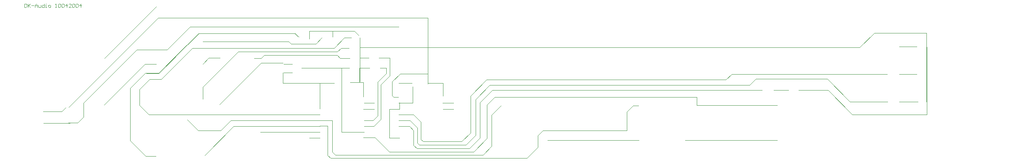
<source format=gtl>
*%FSLAX23Y23*%
*%MOIN*%
G01*
D14*
X5709Y8639D02*
Y8669D01*
Y8639D02*
X5724D01*
X5729Y8644D01*
Y8664D01*
X5724Y8669D01*
X5709D01*
X5739D02*
Y8639D01*
Y8649D01*
X5759Y8669D01*
X5744Y8654D01*
X5759Y8639D01*
X5769Y8654D02*
X5789D01*
X5799Y8659D02*
Y8639D01*
Y8659D02*
X5809Y8669D01*
X5819Y8659D01*
Y8639D01*
Y8654D01*
X5799D01*
X5829Y8659D02*
Y8644D01*
X5834Y8639D01*
X5849D01*
Y8659D01*
X5879Y8669D02*
Y8639D01*
X5864D01*
X5859Y8644D01*
Y8654D01*
X5864Y8659D01*
X5879D01*
X5889Y8639D02*
X5899D01*
X5894D01*
Y8659D01*
X5889D01*
X5894Y8669D02*
X5895D01*
X5919Y8639D02*
X5929D01*
X5934Y8644D01*
Y8654D01*
X5929Y8659D01*
X5919D01*
X5914Y8654D01*
Y8644D01*
X5919Y8639D01*
X5974D02*
X5984D01*
X5979D01*
Y8669D01*
X5980D01*
X5979D02*
X5974Y8664D01*
X5999D02*
X6004Y8669D01*
X6014D01*
X6019Y8664D01*
Y8644D01*
X6014Y8639D01*
X6004D01*
X5999Y8644D01*
Y8664D01*
X6029D02*
X6034Y8669D01*
X6044D01*
X6049Y8664D01*
Y8644D01*
X6044Y8639D01*
X6034D01*
X6029Y8644D01*
Y8664D01*
X6074Y8669D02*
Y8639D01*
X6059Y8654D02*
X6074Y8669D01*
X6079Y8654D02*
X6059D01*
X6089Y8639D02*
X6109D01*
X6089D02*
X6109Y8659D01*
Y8664D01*
X6104Y8669D01*
X6094D01*
X6089Y8664D01*
X6119D02*
X6124Y8669D01*
X6134D01*
X6139Y8664D01*
Y8644D01*
X6134Y8639D01*
X6124D01*
X6119Y8644D01*
Y8664D01*
X6149D02*
X6154Y8669D01*
X6164D01*
X6169Y8664D01*
Y8644D01*
X6164Y8639D01*
X6154D01*
X6149Y8644D01*
Y8664D01*
X6194Y8669D02*
Y8639D01*
X6179Y8654D02*
X6194Y8669D01*
X6199Y8654D02*
X6179D01*
D15*
X8429Y7568D02*
X8622D01*
X8429Y8116D02*
X8087D01*
X8429D02*
Y7568D01*
D17*
X9535Y7879D02*
X9673Y8017D01*
X9701Y7970D02*
X9579Y7848D01*
X9618Y7820D02*
X9724Y7927D01*
X9677Y7513D02*
X9563Y7399D01*
X7543Y8257D02*
X7382Y8096D01*
X7394Y8108D02*
X7240Y7954D01*
X7150Y8289D02*
X6882Y8021D01*
X7067Y8277D02*
X7205Y8415D01*
X7067Y8277D02*
X6862Y8072D01*
X7504Y7616D02*
X7256Y7368D01*
X12602Y7927D02*
X12811Y7718D01*
X12791Y7828D02*
X12595Y8025D01*
X8839Y7399D02*
X8717Y7521D01*
X9402Y7458D02*
X9496D01*
X9528Y7427D02*
X9417D01*
X9409Y7458D02*
X9095D01*
X9075Y7427D02*
X9429D01*
X9563Y7399D02*
X8839D01*
X8378Y7372D02*
X9642D01*
X10020Y7344D02*
X8335D01*
X9374Y7486D02*
X9461D01*
X9386D02*
X9130D01*
X9012Y7616D02*
X8921D01*
X8925D02*
X9012D01*
X10158Y7580D02*
X10878D01*
X8311Y7620D02*
X8244D01*
Y7517D02*
X8154D01*
X11378Y7498D02*
X12165D01*
X10980D02*
X10197D01*
X8925Y7517D02*
X8839D01*
X7870Y7568D02*
X7732D01*
X7815D02*
X8244D01*
X8618Y7521D02*
X8697D01*
X8244Y7616D02*
X7504D01*
X8622Y7521D02*
X8717D01*
X12811Y7718D02*
X13449D01*
X13114Y7828D02*
X12791D01*
X9047Y7718D02*
X8988D01*
X9008Y7667D02*
X9016D01*
X13213Y7828D02*
X13374D01*
X9004Y7718D02*
X8921D01*
Y7667D02*
X9012D01*
X11476Y7797D02*
X12165D01*
X10976Y7793D02*
X10929D01*
X8350Y7667D02*
X8244D01*
X8921Y7817D02*
X9039D01*
X8925Y7765D02*
X8839D01*
X9299D02*
X9390D01*
X8709D02*
X8618D01*
X9295Y7817D02*
X9390D01*
X8709D02*
X8654D01*
X8622D02*
X8689D01*
X8244Y7667D02*
X7488D01*
X12350Y7927D02*
X12602D01*
X11728Y8017D02*
X11665D01*
X11984Y8025D02*
X12595D01*
X11929Y7970D02*
X9870D01*
X9673Y8017D02*
X11713D01*
X9882Y7970D02*
X9701D01*
X12138Y7927D02*
X12264D01*
X9776D02*
X9724D01*
X9776D02*
X12035D01*
X11476Y7868D02*
X9744D01*
X6882Y8021D02*
X6803D01*
X11776Y8065D02*
X11866D01*
X13110D01*
X13213D02*
X13362D01*
X8500Y8202D02*
X8417D01*
X6862Y8072D02*
X6756D01*
X8106Y8116D02*
X8488D01*
X8496D02*
X8390D01*
X8008Y8076D02*
X7933D01*
Y8151D02*
X8008D01*
X6839D02*
X6744D01*
X13213Y8301D02*
X13362D01*
X8354Y8435D02*
X8154D01*
X8354D02*
X8539D01*
X8492Y8289D02*
X8425D01*
X8394Y8257D02*
X7543D01*
X8453Y8376D02*
X8512D01*
X8366Y8289D02*
X8327D01*
X7303D01*
X7996Y8324D02*
X8209D01*
X7976Y8344D02*
X7327D01*
X7370Y8415D02*
X8032D01*
X7339Y8344D02*
X7240D01*
X7315Y8289D02*
X7150D01*
X7205Y8415D02*
X7378D01*
X7240Y7954D02*
Y7852D01*
X7992Y8328D02*
X7996Y8324D01*
X7992Y8328D02*
X7976Y8344D01*
X8154Y8368D02*
Y8435D01*
X8063Y8383D02*
X8032Y8415D01*
X8350Y7525D02*
Y7399D01*
X8311Y7368D02*
Y7462D01*
Y7439D01*
X8350Y7454D02*
Y7470D01*
Y7462D02*
Y7667D01*
X8311Y7620D02*
Y7458D01*
X8244Y7769D02*
Y7907D01*
X8354Y8383D02*
Y8435D01*
X8453Y8376D02*
X8366Y8289D01*
X8260Y8376D02*
X8209Y8324D01*
X8350Y7399D02*
X8378Y7372D01*
X8335Y7344D02*
X8311Y7368D01*
X8587Y8112D02*
Y8379D01*
X8583Y8116D02*
Y7994D01*
X8394Y8257D02*
X8425Y8289D01*
X8539Y8435D02*
X8575Y8399D01*
X8394Y8226D02*
X8417Y8202D01*
X8717Y7521D02*
X8776Y7462D01*
X8839Y7517D02*
Y7765D01*
X8925D02*
Y7820D01*
X9110Y7655D02*
Y7505D01*
X9079Y7474D02*
Y7604D01*
X9047Y7580D02*
Y7454D01*
X9039Y7817D02*
Y7958D01*
X9047Y7718D02*
X9110Y7655D01*
Y7505D02*
X9130Y7486D01*
X9095Y7458D02*
X9079Y7474D01*
Y7604D02*
X9016Y7667D01*
X9047Y7454D02*
X9075Y7427D01*
X9047Y7580D02*
X9012Y7616D01*
X9535Y7561D02*
Y7879D01*
Y7561D02*
X9461Y7486D01*
X9496Y7458D02*
X9579Y7541D01*
X9618Y7517D02*
X9528Y7427D01*
X9579Y7541D02*
Y7848D01*
X9618Y7820D02*
Y7517D01*
X9677Y7513D02*
Y7545D01*
X9717Y7509D02*
Y7446D01*
X9677Y7521D02*
Y7801D01*
X9717Y7537D02*
Y7462D01*
Y7509D02*
Y7714D01*
Y7446D02*
X9642Y7372D01*
X9677Y7801D02*
X9744Y7868D01*
X9799Y7797D02*
X9717Y7714D01*
X10114Y7509D02*
Y7439D01*
Y7454D02*
Y7537D01*
Y7439D02*
X10020Y7344D01*
X10114Y7537D02*
X10158Y7580D01*
X10878D02*
Y7742D01*
X10929Y7793D01*
X11476Y7797D02*
Y7868D01*
X11728Y8017D02*
X11776Y8065D01*
X11929Y7970D02*
X11984Y8025D01*
X13449Y8297D02*
Y7718D01*
D18*
X6744Y8151D02*
X6394Y7801D01*
X6398Y8202D02*
X6843Y8647D01*
X6616Y7495D02*
X6751Y7360D01*
X6616Y7943D02*
X6746Y8073D01*
X6861D02*
X7203Y8415D01*
X7740Y8161D02*
X7382Y7803D01*
X6838Y7360D02*
X6751D01*
X7200Y7581D02*
X7393D01*
X8624Y7618D02*
X8708D01*
X7534Y7667D02*
X7479D01*
X6834Y7717D02*
X8244D01*
X6834D02*
X6777D01*
X8622Y7668D02*
X8701D01*
X6882Y8022D02*
X6782D01*
X8876Y7868D02*
X8918D01*
X6839Y8151D02*
X6744D01*
X6746Y8073D02*
X6861D01*
X7291Y8203D02*
X7386D01*
X7740Y8161D02*
X7926D01*
X7741Y8202D02*
X7681D01*
X7766Y8227D02*
X8392D01*
X8590Y8203D02*
X8662D01*
X8669Y8117D02*
X8586D01*
X8932Y8069D02*
X9169D01*
X8844Y8203D02*
X8751D01*
X8759Y8119D02*
X8813D01*
X8026Y8415D02*
X7203D01*
X6616Y7943D02*
Y7495D01*
X6695Y7799D02*
Y7935D01*
Y7799D02*
X6777Y7717D01*
X6695Y7935D02*
X6782Y8022D01*
X7106Y7675D02*
X7200Y7581D01*
X7393D02*
X7479Y7667D01*
X7240Y8152D02*
X7291Y8203D01*
X7741Y8202D02*
X7766Y8227D01*
X8026Y8415D02*
X8052Y8389D01*
X8740Y7848D02*
Y7707D01*
X8768Y7678D02*
Y7974D01*
X8740Y7997D02*
Y7847D01*
Y7707D02*
X8701Y7668D01*
X8708Y7618D02*
X8768Y7678D01*
Y7974D02*
X8844Y8050D01*
X8813Y8070D02*
X8740Y7997D01*
X8863Y8000D02*
Y7881D01*
X8844Y8050D02*
Y8203D01*
X8813Y8119D02*
Y8070D01*
X8863Y7881D02*
X8876Y7868D01*
X8863Y8000D02*
X8932Y8069D01*
X9169D02*
Y8007D01*
D19*
X9390Y7765D02*
D03*
Y7817D02*
D03*
X8921Y8470D02*
D03*
Y7986D02*
D03*
X8717Y7521D02*
D03*
X8709Y7765D02*
D03*
Y7817D02*
D03*
X8244Y8470D02*
D03*
Y7986D02*
D03*
X8154Y7517D02*
D03*
X7732Y7568D02*
D03*
X7661Y7431D02*
D03*
X7106Y7675D02*
D03*
D20*
X6858Y8549D02*
X6091Y7781D01*
X8921Y7986D02*
X9032D01*
X8287D02*
X7925D01*
X8244D02*
X8366D01*
X9173D02*
X9299D01*
X8618Y7994D02*
X8504D01*
X8921Y8470D02*
X7130D01*
X8020D02*
X8244D01*
X8768D02*
X8921D01*
X8787Y8549D02*
X9169D01*
X9114D02*
X6858D01*
X7925Y8076D02*
Y7986D01*
X8244D02*
Y7927D01*
Y7872D02*
Y7986D01*
X8618Y7994D02*
Y7872D01*
X9169Y7986D02*
Y8549D01*
Y8084D02*
Y7986D01*
X9299D02*
Y7876D01*
D21*
X6066Y7781D02*
X6029Y7744D01*
X6165Y7647D02*
X6217Y7698D01*
Y7817D02*
X6673Y8273D01*
X6933D02*
X7130Y8470D01*
X12874Y8293D02*
X13000Y8419D01*
X6101Y7644D02*
X5872D01*
X6087Y7647D02*
X6165D01*
X6022Y7744D02*
X5871D01*
X6022D02*
X6025D01*
X6029D01*
X6673Y8273D02*
X6933D01*
X8586Y8293D02*
X9170D01*
X9169Y8293D02*
X12874D01*
X13000Y8419D02*
X13445D01*
X8921Y8470D02*
X7130D01*
X6217Y7797D02*
Y7698D01*
Y7797D02*
Y7817D01*
X8586Y8001D02*
Y8293D01*
X9170D02*
Y7982D01*
X9169Y8021D02*
Y8293D01*
X13445Y8419D02*
Y7828D01*
D27*
X5872Y8343D02*
D03*
X5972D02*
D03*
X5872Y8243D02*
D03*
X5972D02*
D03*
X5872Y8143D02*
D03*
X5972D02*
D03*
X5872Y8043D02*
D03*
X5972D02*
D03*
X5872Y7943D02*
D03*
X5972D02*
D03*
X5872Y7843D02*
D03*
X5972D02*
D03*
X5872Y7743D02*
D03*
X5972Y7743D02*
D03*
X5872Y7643D02*
D03*
X6697Y7802D02*
D03*
X6397D02*
D03*
X6697Y8202D02*
D03*
X6397D02*
D03*
X7239Y8152D02*
D03*
Y7852D02*
D03*
X6839Y8152D02*
D03*
Y7852D02*
D03*
Y7359D02*
D03*
Y7659D02*
D03*
X7239Y7359D02*
D03*
Y7659D02*
D03*
Y8644D02*
D03*
Y8344D02*
D03*
X6839Y8644D02*
D03*
Y8344D02*
D03*
X7382Y8202D02*
D03*
X7682D02*
D03*
X7382Y7802D02*
D03*
X7682D02*
D03*
X11381Y7797D02*
D03*
Y7497D02*
D03*
X10981Y7797D02*
D03*
Y7497D02*
D03*
X10200Y7797D02*
D03*
Y7497D02*
D03*
X9800Y7797D02*
D03*
Y7497D02*
D03*
X12037Y7927D02*
D03*
X12137D02*
D03*
X12562Y7797D02*
D03*
Y7497D02*
D03*
X12162Y7797D02*
D03*
Y7497D02*
D03*
X13111Y7828D02*
D03*
X13211D02*
D03*
X13111Y8065D02*
D03*
X13211D02*
D03*
X13111Y8301D02*
D03*
X13211D02*
D03*
D29*
X8244Y7868D02*
D03*
X8921D02*
D03*
D31*
X5760Y8108D02*
D03*
X5752Y7876D02*
D03*
D35*
X6280Y7478D02*
D03*
Y8525D02*
D03*
X10177D02*
D03*
X14075Y7478D02*
D03*
Y8525D02*
D03*
D37*
X8008Y8151D02*
D03*
Y8076D02*
D03*
D39*
X8088Y8113D02*
D03*
D41*
X8153Y8379D02*
D03*
X8063D02*
D03*
X8586Y8202D02*
D03*
X8496D02*
D03*
X8586Y8293D02*
D03*
X8496D02*
D03*
X8586Y8379D02*
D03*
X8496D02*
D03*
X8354D02*
D03*
X8264D02*
D03*
X8586Y8116D02*
D03*
X8496D02*
D03*
X8665Y8203D02*
D03*
X8755D02*
D03*
X8667Y8116D02*
D03*
X8757D02*
D03*
X12350Y7927D02*
D03*
X12260D02*
D03*
X13448Y7828D02*
D03*
X13358D02*
D03*
X13448Y8065D02*
D03*
X13358D02*
D03*
X13444Y8293D02*
D03*
X13354D02*
D03*
D43*
X9035Y7986D02*
D03*
X9170D02*
D03*
X8362Y7990D02*
D03*
X8497D02*
D03*
D44*
X7925Y8162D02*
D03*
Y8072D02*
D03*
D47*
X5972Y7643D02*
D03*
D49*
X8619Y7868D02*
D03*
Y7818D02*
D03*
Y7768D02*
D03*
Y7718D02*
D03*
Y7668D02*
D03*
Y7618D02*
D03*
Y7568D02*
D03*
Y7518D02*
D03*
X8244D02*
D03*
Y7568D02*
D03*
Y7618D02*
D03*
Y7668D02*
D03*
Y7718D02*
D03*
Y7768D02*
D03*
Y7818D02*
D03*
X9296Y7868D02*
D03*
Y7818D02*
D03*
Y7768D02*
D03*
Y7718D02*
D03*
Y7668D02*
D03*
Y7618D02*
D03*
Y7568D02*
D03*
Y7518D02*
D03*
X8921D02*
D03*
Y7568D02*
D03*
Y7618D02*
D03*
Y7668D02*
D03*
Y7718D02*
D03*
Y7768D02*
D03*
Y7818D02*
D03*
D51*
X6091Y7647D02*
D03*
Y7782D02*
D03*
M02*

</source>
